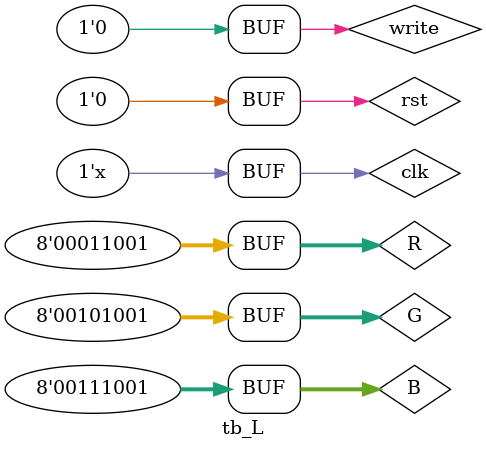
<source format=v>

`timescale 1 ps / 1 ps
module tb_L();
  wire	    [19:0]		SRAM_ADDR;
	wire		          		SRAM_CE_N;
	wire 		    [15:0]		SRAM_DQ;
	wire		          		SRAM_LB_N;
	wire		          		SRAM_OE_N;
	wire		          		SRAM_UB_N;
	wire		          		SRAM_WE_N;
  reg [7:0] R,G,B;
  reg write, clk, rst;
  
  SRAM_INTERFACE sram_interface(
		.SRAM_DQ(SRAM_DQ),       // external_interface.DQ
		.SRAM_ADDR(SRAM_ADDR),     //                   .ADDR
		.SRAM_LB_N(SRAM_LB_N),     //                   .LB_N
		.SRAM_UB_N(SRAM_UB_N),     //                   .UB_N
		.SRAM_CE_N(SRAM_CE_N),     //                   .CE_N
		.SRAM_OE_N(SRAM_OE_N),     //                   .OE_N
		.SRAM_WE_N(SRAM_WE_N),     //                   .WE_N
    .R(R),.G(G),.B(B),
    .rst(rst), .clk(clk), .write(write));
    
  initial
  begin
    R= 8'h19;
    G= 8'h29;
    B= 8'h39;
    clk = 1'b0;
    write = 1'b0;
    rst = 1'b0;
    #500 rst = 1'b1;
    #100 rst = 1'b0;
    #300 write = 1'b1;
    #1000 write = 1'b0;
    #1000 write = 1'b1;
    #1000 write = 1'b0;
  end
  
  always #50 clk = ~clk;
   
endmodule

</source>
